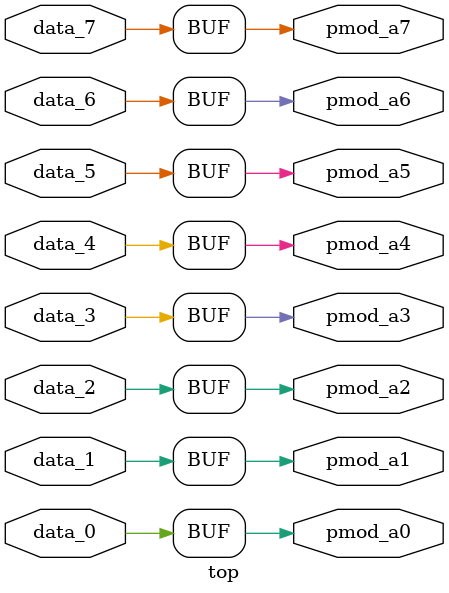
<source format=v>


// FB3_1 : pmodb_0
// FB3_2 : pmodb_1
// FB3_3 : pmodb_2
// FB3_6 : pmodb_3
// FB3_10: pmodb_4
// FB3_11: pmodb_5
// FB3_12: pmodb_6
// FB3_14: pmodb_7

// FB2_1 : ctrl_0 [PA9 : I2C2_SCL, USART1_TX]
// FB2_2 : ctrl_1 [PA10: SPI2_MISO, USART1_RX]
// FB2_5 : ctrl_2 [PB4 : JTRST, SPI1_MISO, SPI3_MISO, USART2_RX]
// FB2_6 : ctrl_3 [PB0 : ..]

// FB2_13: data_0 [PA3 : USART2_RX] 
// FB4_1 : data_1 [PA1 : ..]
// FB4_2 : data_2 [PA0 : ..]
// FB4_7 : data_3 [PF1 : SPI2_SCK]
// FB4_11: data_4 [PF0 : I2C2_SDA, SPI2_NSS] 
// FB4_13: data_5 [PB7 : USART1_RX]
// FB4_14: data_6 [PB6 : USART1_TX]
// FB4_15: data_7 [PB5 : SPI1_MOSI, SPI3_MOSI, USART2_CK]

// FB2_7 : clk0  (GCK0) 50 Mhz
// FB2_8 : clk1  (GCK1) [PA2 : LSCO] 
// FB2_10: clk2  (GCK2) [PA8 : MCO]
// FB2_12: extra [PA15]
// FB3_15: input 

//
// PMOD OLEDrgb: https://digilent.com/reference/pmod/pmodoledrgb/reference-manual
// Note that v0.1 and v0.2 of PCB have pins in the wrong order.
//
// pmod0 = CS     
// pmod1 = PICO   
// pmod2 = nc     (no POCI signal).
// pmod3 = SCK    
//
// pmod4 = D/C    (data/command)
// pmod5 = RES    (reset)
// pmod6 = VCCEN  (power on display VCC)
// pmod7 = PMODEN (VDD logic voltage control)

module top(pmod_a0, pmod_a1, pmod_a2, pmod_a3, pmod_a4, pmod_a5, pmod_a6, pmod_a7,
           data_0, data_1, data_2, data_3, data_4, data_5, data_6, data_7);
   // NOTE: Must use LOC attributes rather than a .ucf file
   (* LOC = "FB2_13" *) input wire data_0;   
   (* LOC = "FB4_1"  *) input wire data_1;   
   (* LOC = "FB4_2"  *) input wire data_2;   
   (* LOC = "FB4_7"  *) input wire data_3;   
   (* LOC = "FB4_11" *) input wire data_4;   
   (* LOC = "FB4_13" *) input wire data_5;   
   (* LOC = "FB4_14" *) input wire data_6; 
   (* LOC = "FB4_15" *) input wire data_7;   

   (* LOC = "FB1_1"  *) output pmod_a0;   
   (* LOC = "FB1_2"  *) output pmod_a1;
   (* LOC = "FB1_3"  *) output pmod_a2;   
   (* LOC = "FB1_9"  *) output pmod_a3;      
   (* LOC = "FB1_10" *) output pmod_a4;   
   (* LOC = "FB1_11" *) output pmod_a5;   
   (* LOC = "FB1_12" *) output pmod_a6;   
   (* LOC = "FB1_13" *) output pmod_a7;   
   
   assign pmod_a0 = data_0;
   assign pmod_a1 = data_1;
   assign pmod_a2 = data_2;   
   assign pmod_a3 = data_3;   
   assign pmod_a4 = data_4;
   assign pmod_a5 = data_5;
   assign pmod_a6 = data_6;
   assign pmod_a7 = data_7;
   
endmodule // top

</source>
